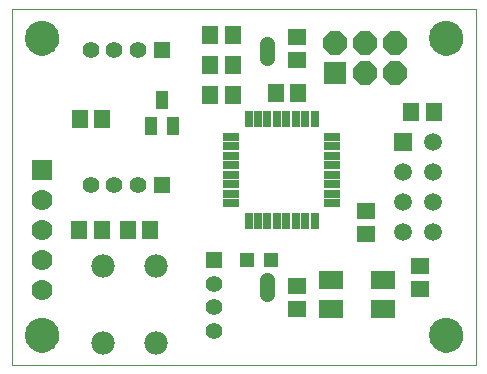
<source format=gts>
G75*
G70*
%OFA0B0*%
%FSLAX24Y24*%
%IPPOS*%
%LPD*%
%AMOC8*
5,1,8,0,0,1.08239X$1,22.5*
%
%ADD10C,0.0000*%
%ADD11C,0.1142*%
%ADD12R,0.0260X0.0540*%
%ADD13R,0.0540X0.0260*%
%ADD14R,0.0788X0.0591*%
%ADD15R,0.0631X0.0552*%
%ADD16C,0.0496*%
%ADD17R,0.0552X0.0631*%
%ADD18R,0.0434X0.0591*%
%ADD19R,0.0512X0.0512*%
%ADD20C,0.0780*%
%ADD21R,0.0700X0.0700*%
%ADD22C,0.0700*%
%ADD23R,0.0780X0.0780*%
%ADD24OC8,0.0780*%
%ADD25R,0.0594X0.0594*%
%ADD26C,0.0594*%
%ADD27R,0.0555X0.0555*%
%ADD28C,0.0555*%
D10*
X000680Y000680D02*
X000680Y012550D01*
X016147Y012550D01*
X016147Y000680D01*
X000680Y000680D01*
X001129Y001680D02*
X001131Y001727D01*
X001137Y001773D01*
X001147Y001819D01*
X001160Y001864D01*
X001178Y001907D01*
X001199Y001949D01*
X001223Y001989D01*
X001251Y002026D01*
X001282Y002061D01*
X001316Y002094D01*
X001352Y002123D01*
X001391Y002149D01*
X001432Y002172D01*
X001475Y002191D01*
X001519Y002207D01*
X001564Y002219D01*
X001610Y002227D01*
X001657Y002231D01*
X001703Y002231D01*
X001750Y002227D01*
X001796Y002219D01*
X001841Y002207D01*
X001885Y002191D01*
X001928Y002172D01*
X001969Y002149D01*
X002008Y002123D01*
X002044Y002094D01*
X002078Y002061D01*
X002109Y002026D01*
X002137Y001989D01*
X002161Y001949D01*
X002182Y001907D01*
X002200Y001864D01*
X002213Y001819D01*
X002223Y001773D01*
X002229Y001727D01*
X002231Y001680D01*
X002229Y001633D01*
X002223Y001587D01*
X002213Y001541D01*
X002200Y001496D01*
X002182Y001453D01*
X002161Y001411D01*
X002137Y001371D01*
X002109Y001334D01*
X002078Y001299D01*
X002044Y001266D01*
X002008Y001237D01*
X001969Y001211D01*
X001928Y001188D01*
X001885Y001169D01*
X001841Y001153D01*
X001796Y001141D01*
X001750Y001133D01*
X001703Y001129D01*
X001657Y001129D01*
X001610Y001133D01*
X001564Y001141D01*
X001519Y001153D01*
X001475Y001169D01*
X001432Y001188D01*
X001391Y001211D01*
X001352Y001237D01*
X001316Y001266D01*
X001282Y001299D01*
X001251Y001334D01*
X001223Y001371D01*
X001199Y001411D01*
X001178Y001453D01*
X001160Y001496D01*
X001147Y001541D01*
X001137Y001587D01*
X001131Y001633D01*
X001129Y001680D01*
X001129Y011580D02*
X001131Y011627D01*
X001137Y011673D01*
X001147Y011719D01*
X001160Y011764D01*
X001178Y011807D01*
X001199Y011849D01*
X001223Y011889D01*
X001251Y011926D01*
X001282Y011961D01*
X001316Y011994D01*
X001352Y012023D01*
X001391Y012049D01*
X001432Y012072D01*
X001475Y012091D01*
X001519Y012107D01*
X001564Y012119D01*
X001610Y012127D01*
X001657Y012131D01*
X001703Y012131D01*
X001750Y012127D01*
X001796Y012119D01*
X001841Y012107D01*
X001885Y012091D01*
X001928Y012072D01*
X001969Y012049D01*
X002008Y012023D01*
X002044Y011994D01*
X002078Y011961D01*
X002109Y011926D01*
X002137Y011889D01*
X002161Y011849D01*
X002182Y011807D01*
X002200Y011764D01*
X002213Y011719D01*
X002223Y011673D01*
X002229Y011627D01*
X002231Y011580D01*
X002229Y011533D01*
X002223Y011487D01*
X002213Y011441D01*
X002200Y011396D01*
X002182Y011353D01*
X002161Y011311D01*
X002137Y011271D01*
X002109Y011234D01*
X002078Y011199D01*
X002044Y011166D01*
X002008Y011137D01*
X001969Y011111D01*
X001928Y011088D01*
X001885Y011069D01*
X001841Y011053D01*
X001796Y011041D01*
X001750Y011033D01*
X001703Y011029D01*
X001657Y011029D01*
X001610Y011033D01*
X001564Y011041D01*
X001519Y011053D01*
X001475Y011069D01*
X001432Y011088D01*
X001391Y011111D01*
X001352Y011137D01*
X001316Y011166D01*
X001282Y011199D01*
X001251Y011234D01*
X001223Y011271D01*
X001199Y011311D01*
X001178Y011353D01*
X001160Y011396D01*
X001147Y011441D01*
X001137Y011487D01*
X001131Y011533D01*
X001129Y011580D01*
X014604Y011580D02*
X014606Y011627D01*
X014612Y011673D01*
X014622Y011719D01*
X014635Y011764D01*
X014653Y011807D01*
X014674Y011849D01*
X014698Y011889D01*
X014726Y011926D01*
X014757Y011961D01*
X014791Y011994D01*
X014827Y012023D01*
X014866Y012049D01*
X014907Y012072D01*
X014950Y012091D01*
X014994Y012107D01*
X015039Y012119D01*
X015085Y012127D01*
X015132Y012131D01*
X015178Y012131D01*
X015225Y012127D01*
X015271Y012119D01*
X015316Y012107D01*
X015360Y012091D01*
X015403Y012072D01*
X015444Y012049D01*
X015483Y012023D01*
X015519Y011994D01*
X015553Y011961D01*
X015584Y011926D01*
X015612Y011889D01*
X015636Y011849D01*
X015657Y011807D01*
X015675Y011764D01*
X015688Y011719D01*
X015698Y011673D01*
X015704Y011627D01*
X015706Y011580D01*
X015704Y011533D01*
X015698Y011487D01*
X015688Y011441D01*
X015675Y011396D01*
X015657Y011353D01*
X015636Y011311D01*
X015612Y011271D01*
X015584Y011234D01*
X015553Y011199D01*
X015519Y011166D01*
X015483Y011137D01*
X015444Y011111D01*
X015403Y011088D01*
X015360Y011069D01*
X015316Y011053D01*
X015271Y011041D01*
X015225Y011033D01*
X015178Y011029D01*
X015132Y011029D01*
X015085Y011033D01*
X015039Y011041D01*
X014994Y011053D01*
X014950Y011069D01*
X014907Y011088D01*
X014866Y011111D01*
X014827Y011137D01*
X014791Y011166D01*
X014757Y011199D01*
X014726Y011234D01*
X014698Y011271D01*
X014674Y011311D01*
X014653Y011353D01*
X014635Y011396D01*
X014622Y011441D01*
X014612Y011487D01*
X014606Y011533D01*
X014604Y011580D01*
X014604Y001680D02*
X014606Y001727D01*
X014612Y001773D01*
X014622Y001819D01*
X014635Y001864D01*
X014653Y001907D01*
X014674Y001949D01*
X014698Y001989D01*
X014726Y002026D01*
X014757Y002061D01*
X014791Y002094D01*
X014827Y002123D01*
X014866Y002149D01*
X014907Y002172D01*
X014950Y002191D01*
X014994Y002207D01*
X015039Y002219D01*
X015085Y002227D01*
X015132Y002231D01*
X015178Y002231D01*
X015225Y002227D01*
X015271Y002219D01*
X015316Y002207D01*
X015360Y002191D01*
X015403Y002172D01*
X015444Y002149D01*
X015483Y002123D01*
X015519Y002094D01*
X015553Y002061D01*
X015584Y002026D01*
X015612Y001989D01*
X015636Y001949D01*
X015657Y001907D01*
X015675Y001864D01*
X015688Y001819D01*
X015698Y001773D01*
X015704Y001727D01*
X015706Y001680D01*
X015704Y001633D01*
X015698Y001587D01*
X015688Y001541D01*
X015675Y001496D01*
X015657Y001453D01*
X015636Y001411D01*
X015612Y001371D01*
X015584Y001334D01*
X015553Y001299D01*
X015519Y001266D01*
X015483Y001237D01*
X015444Y001211D01*
X015403Y001188D01*
X015360Y001169D01*
X015316Y001153D01*
X015271Y001141D01*
X015225Y001133D01*
X015178Y001129D01*
X015132Y001129D01*
X015085Y001133D01*
X015039Y001141D01*
X014994Y001153D01*
X014950Y001169D01*
X014907Y001188D01*
X014866Y001211D01*
X014827Y001237D01*
X014791Y001266D01*
X014757Y001299D01*
X014726Y001334D01*
X014698Y001371D01*
X014674Y001411D01*
X014653Y001453D01*
X014635Y001496D01*
X014622Y001541D01*
X014612Y001587D01*
X014606Y001633D01*
X014604Y001680D01*
D11*
X015155Y001680D03*
X015155Y011580D03*
X001680Y011580D03*
X001680Y001680D03*
D12*
X008578Y005490D03*
X008893Y005490D03*
X009208Y005490D03*
X009523Y005490D03*
X009837Y005490D03*
X010152Y005490D03*
X010467Y005490D03*
X010782Y005490D03*
X010782Y008870D03*
X010467Y008870D03*
X010152Y008870D03*
X009837Y008870D03*
X009523Y008870D03*
X009208Y008870D03*
X008893Y008870D03*
X008578Y008870D03*
D13*
X007990Y008282D03*
X007990Y007967D03*
X007990Y007652D03*
X007990Y007337D03*
X007990Y007023D03*
X007990Y006708D03*
X007990Y006393D03*
X007990Y006078D03*
X011370Y006078D03*
X011370Y006393D03*
X011370Y006708D03*
X011370Y007023D03*
X011370Y007337D03*
X011370Y007652D03*
X011370Y007967D03*
X011370Y008282D03*
D14*
X011339Y003502D03*
X011339Y002558D03*
X013071Y002558D03*
X013071Y003502D03*
D15*
X014280Y003231D03*
X014280Y003979D03*
X012493Y005056D03*
X012493Y005804D03*
X010180Y003304D03*
X010180Y002556D03*
X010205Y010856D03*
X010205Y011604D03*
D16*
X009180Y011380D02*
X009180Y010924D01*
X009180Y003506D02*
X009180Y003050D01*
D17*
X005304Y005180D03*
X004556Y005180D03*
X003679Y005180D03*
X002931Y005180D03*
X002956Y008880D03*
X003704Y008880D03*
X007306Y009680D03*
X008054Y009680D03*
X008054Y010680D03*
X007306Y010680D03*
X007306Y011680D03*
X008054Y011680D03*
X009481Y009755D03*
X010229Y009755D03*
X014006Y009130D03*
X014754Y009130D03*
D18*
X006061Y008642D03*
X005313Y008642D03*
X005687Y009509D03*
D19*
X008517Y004180D03*
X009343Y004180D03*
D20*
X005495Y003985D03*
X003715Y003985D03*
X003715Y001425D03*
X005495Y001425D03*
D21*
X001680Y007180D03*
D22*
X001680Y006180D03*
X001680Y005180D03*
X001680Y004180D03*
X001680Y003180D03*
D23*
X011455Y010430D03*
D24*
X012455Y010430D03*
X013455Y010430D03*
X013455Y011430D03*
X012455Y011430D03*
X011455Y011430D03*
D25*
X013743Y008118D03*
D26*
X014743Y008118D03*
X014743Y007118D03*
X013743Y007118D03*
X013743Y006118D03*
X014743Y006118D03*
X014743Y005118D03*
X013743Y005118D03*
D27*
X007430Y004180D03*
X005680Y006680D03*
X005680Y011180D03*
D28*
X004893Y011180D03*
X004105Y011180D03*
X003318Y011180D03*
X003318Y006680D03*
X004105Y006680D03*
X004893Y006680D03*
X007430Y003393D03*
X007430Y002605D03*
X007430Y001818D03*
M02*

</source>
